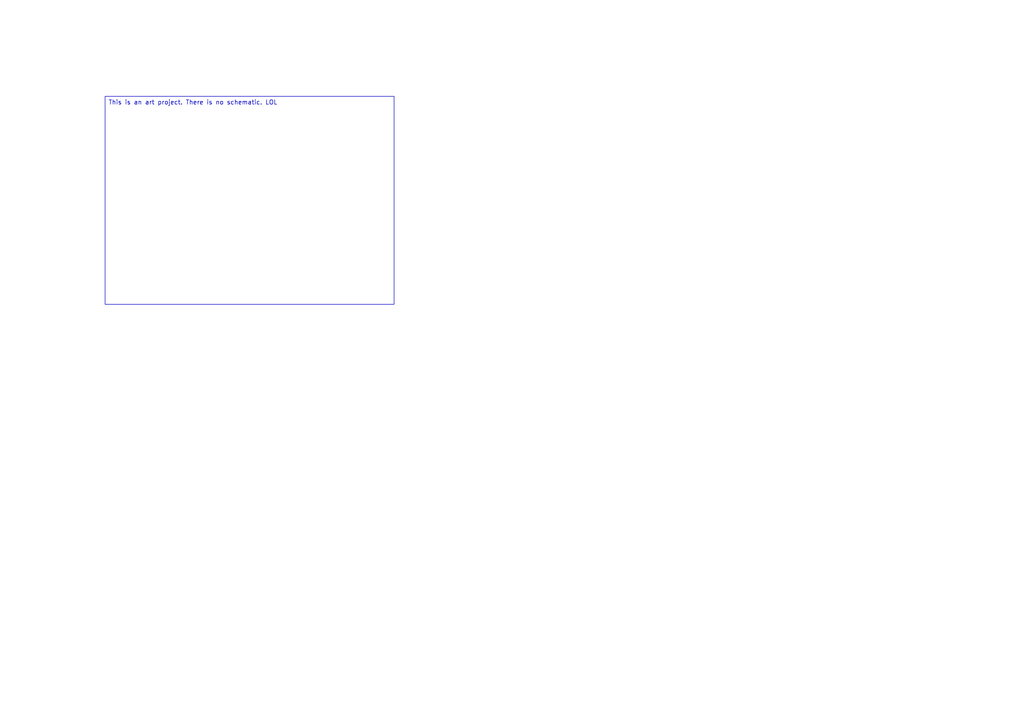
<source format=kicad_sch>
(kicad_sch
	(version 20231120)
	(generator "eeschema")
	(generator_version "8.0")
	(uuid "f9a4711a-b546-459d-b18d-ca44538e78d2")
	(paper "A4")
	(lib_symbols)
	(text_box "This is an art project. There is no schematic. LOL"
		(exclude_from_sim no)
		(at 30.48 27.94 0)
		(size 83.82 60.325)
		(stroke
			(width 0)
			(type default)
		)
		(fill
			(type none)
		)
		(effects
			(font
				(size 1.27 1.27)
			)
			(justify left top)
		)
		(uuid "710c925e-2b29-4dc0-9f00-63ded4c0d35f")
	)
	(sheet_instances
		(path "/"
			(page "1")
		)
	)
)
</source>
